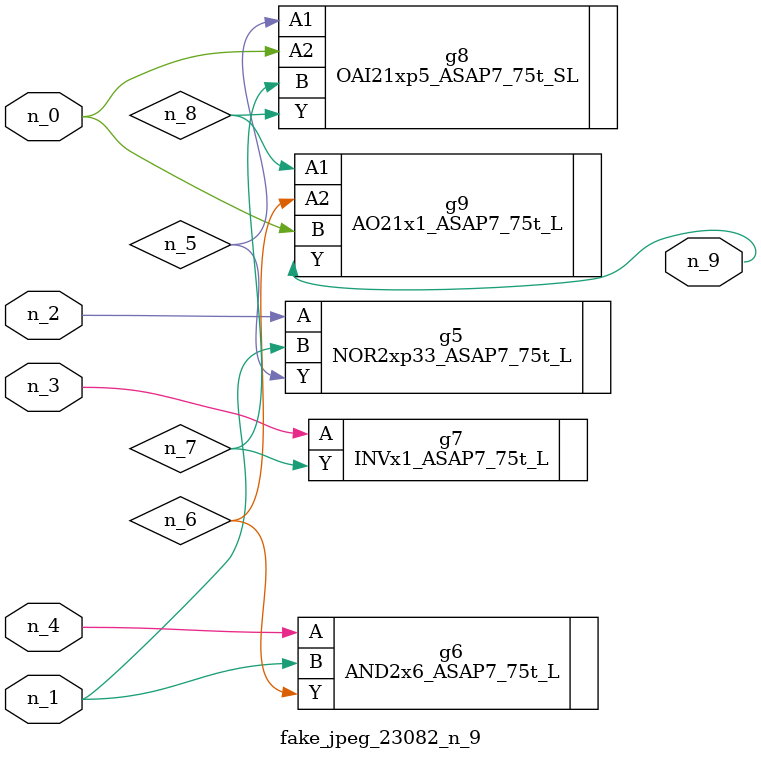
<source format=v>
module fake_jpeg_23082_n_9 (n_3, n_2, n_1, n_0, n_4, n_9);

input n_3;
input n_2;
input n_1;
input n_0;
input n_4;

output n_9;

wire n_8;
wire n_6;
wire n_5;
wire n_7;

NOR2xp33_ASAP7_75t_L g5 ( 
.A(n_2),
.B(n_1),
.Y(n_5)
);

AND2x6_ASAP7_75t_L g6 ( 
.A(n_4),
.B(n_1),
.Y(n_6)
);

INVx1_ASAP7_75t_L g7 ( 
.A(n_3),
.Y(n_7)
);

OAI21xp5_ASAP7_75t_SL g8 ( 
.A1(n_5),
.A2(n_0),
.B(n_7),
.Y(n_8)
);

AO21x1_ASAP7_75t_L g9 ( 
.A1(n_8),
.A2(n_6),
.B(n_0),
.Y(n_9)
);


endmodule
</source>
